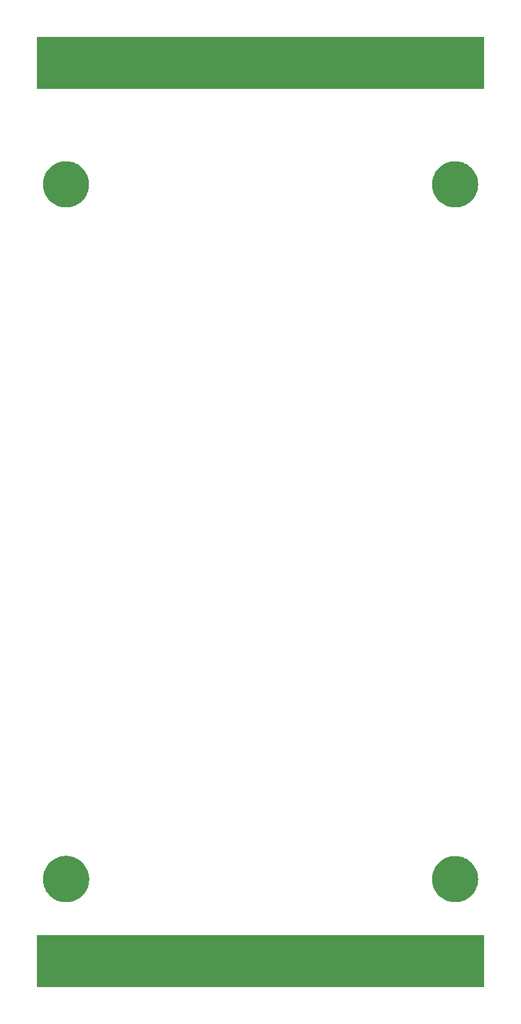
<source format=gbs>
G04 Layer: BottomSolderMaskLayer*
G04 EasyEDA v6.5.29, 2023-07-16 15:11:24*
G04 b1c9531ddfa049bd996740377cd84ce5,5a6b42c53f6a479593ecc07194224c93,10*
G04 Gerber Generator version 0.2*
G04 Scale: 100 percent, Rotated: No, Reflected: No *
G04 Dimensions in millimeters *
G04 leading zeros omitted , absolute positions ,4 integer and 5 decimal *
%FSLAX45Y45*%
%MOMM*%

%ADD10O,6.6032126X3.4031936000000003*%

%LPD*%
G36*
X390906Y11171174D02*
G01*
X374954Y11170564D01*
X359054Y11169142D01*
X343204Y11166906D01*
X327558Y11163858D01*
X312064Y11159998D01*
X304393Y11157813D01*
X289204Y11152784D01*
X274320Y11146993D01*
X259740Y11140490D01*
X245516Y11133226D01*
X231698Y11125200D01*
X218287Y11116564D01*
X205333Y11107166D01*
X192887Y11097209D01*
X180949Y11086541D01*
X169570Y11075314D01*
X158800Y11063528D01*
X148640Y11051235D01*
X139141Y11038382D01*
X130302Y11025124D01*
X122123Y11011357D01*
X114655Y10997234D01*
X107950Y10982756D01*
X104851Y10975390D01*
X99263Y10960455D01*
X94488Y10945215D01*
X90424Y10929772D01*
X87172Y10914126D01*
X84734Y10898327D01*
X83108Y10882426D01*
X82296Y10866475D01*
X82296Y10850524D01*
X83108Y10834573D01*
X84734Y10818672D01*
X87172Y10802874D01*
X90424Y10787227D01*
X94488Y10771784D01*
X99263Y10756544D01*
X104851Y10741609D01*
X111201Y10726928D01*
X118313Y10712653D01*
X126136Y10698683D01*
X134620Y10685170D01*
X143814Y10672114D01*
X153670Y10659567D01*
X164134Y10647476D01*
X175209Y10635996D01*
X186842Y10625074D01*
X199034Y10614710D01*
X211734Y10605058D01*
X224942Y10596016D01*
X238556Y10587685D01*
X252577Y10580065D01*
X267004Y10573156D01*
X281736Y10567009D01*
X296773Y10561624D01*
X304393Y10559186D01*
X319786Y10554970D01*
X335381Y10551515D01*
X351129Y10548874D01*
X366979Y10547045D01*
X382930Y10546029D01*
X398881Y10545826D01*
X414832Y10546435D01*
X430784Y10547858D01*
X446582Y10550093D01*
X462280Y10553141D01*
X477774Y10557002D01*
X485444Y10559186D01*
X500583Y10564215D01*
X515467Y10570006D01*
X530047Y10576509D01*
X544271Y10583773D01*
X558139Y10591800D01*
X571500Y10600436D01*
X584454Y10609834D01*
X596900Y10619790D01*
X608838Y10630458D01*
X620217Y10641685D01*
X630986Y10653471D01*
X641146Y10665764D01*
X650646Y10678617D01*
X659536Y10691876D01*
X667664Y10705642D01*
X675132Y10719765D01*
X681837Y10734243D01*
X687832Y10749076D01*
X693013Y10764164D01*
X695350Y10771784D01*
X699363Y10787227D01*
X702614Y10802874D01*
X705053Y10818672D01*
X706678Y10834573D01*
X707491Y10850524D01*
X707491Y10866475D01*
X706678Y10882426D01*
X705053Y10898327D01*
X702614Y10914126D01*
X699363Y10929772D01*
X695350Y10945215D01*
X690524Y10960455D01*
X684936Y10975390D01*
X678586Y10990072D01*
X671474Y11004346D01*
X663702Y11018316D01*
X655167Y11031829D01*
X645972Y11044885D01*
X636168Y11057432D01*
X625652Y11069523D01*
X614578Y11081004D01*
X602945Y11091926D01*
X590753Y11102289D01*
X578053Y11111941D01*
X564896Y11120983D01*
X551230Y11129314D01*
X537210Y11136934D01*
X522833Y11143843D01*
X508101Y11149990D01*
X493064Y11155375D01*
X485444Y11157813D01*
X470052Y11162030D01*
X454456Y11165484D01*
X438708Y11168126D01*
X422808Y11169954D01*
X406857Y11170970D01*
G37*
G36*
X392277Y1774088D02*
G01*
X384251Y1773885D01*
X368300Y1772818D01*
X352399Y1770989D01*
X336600Y1768348D01*
X321005Y1764893D01*
X305562Y1760626D01*
X297942Y1758238D01*
X282905Y1752803D01*
X268122Y1746656D01*
X253695Y1739696D01*
X246634Y1735988D01*
X232765Y1727962D01*
X219354Y1719224D01*
X206400Y1709877D01*
X193954Y1699818D01*
X182016Y1689150D01*
X176225Y1683613D01*
X165150Y1672031D01*
X154686Y1659940D01*
X144830Y1647342D01*
X135686Y1634236D01*
X127152Y1620672D01*
X119380Y1606702D01*
X115722Y1599590D01*
X109067Y1585061D01*
X103073Y1570177D01*
X97891Y1555038D01*
X93522Y1539646D01*
X91592Y1531924D01*
X88392Y1516227D01*
X86004Y1500428D01*
X84429Y1484477D01*
X83616Y1468475D01*
X83616Y1452524D01*
X84429Y1436522D01*
X86004Y1420571D01*
X88392Y1404772D01*
X91592Y1389075D01*
X95605Y1373632D01*
X97891Y1365961D01*
X103073Y1350822D01*
X109067Y1335938D01*
X115722Y1321409D01*
X123189Y1307236D01*
X131318Y1293469D01*
X140157Y1280160D01*
X149707Y1267307D01*
X159867Y1254912D01*
X170637Y1243126D01*
X176225Y1237386D01*
X187909Y1226413D01*
X200101Y1216101D01*
X212801Y1206347D01*
X226009Y1197305D01*
X239674Y1188974D01*
X246634Y1185011D01*
X260858Y1177747D01*
X275437Y1171194D01*
X290372Y1165402D01*
X297942Y1162761D01*
X313232Y1158138D01*
X328777Y1154277D01*
X344474Y1151229D01*
X360324Y1148994D01*
X376275Y1147572D01*
X384251Y1147114D01*
X400253Y1146911D01*
X408279Y1147114D01*
X424230Y1148181D01*
X440131Y1150010D01*
X455879Y1152652D01*
X471525Y1156106D01*
X486968Y1160373D01*
X494588Y1162761D01*
X509625Y1168196D01*
X524408Y1174343D01*
X538835Y1181303D01*
X545896Y1185011D01*
X559714Y1193038D01*
X573176Y1201775D01*
X586130Y1211122D01*
X598576Y1221181D01*
X610514Y1231849D01*
X621893Y1243126D01*
X632663Y1254912D01*
X642823Y1267307D01*
X652322Y1280160D01*
X661162Y1293469D01*
X669340Y1307236D01*
X676757Y1321409D01*
X683463Y1335938D01*
X686562Y1343355D01*
X692099Y1358341D01*
X696874Y1373632D01*
X700887Y1389075D01*
X702614Y1396898D01*
X705408Y1412646D01*
X706526Y1420571D01*
X708101Y1436522D01*
X708609Y1444498D01*
X708964Y1460500D01*
X708609Y1476502D01*
X707390Y1492453D01*
X706526Y1500428D01*
X704088Y1516227D01*
X702614Y1524101D01*
X699008Y1539646D01*
X694588Y1555038D01*
X689406Y1570177D01*
X686562Y1577644D01*
X680212Y1592376D01*
X673150Y1606702D01*
X665327Y1620672D01*
X656844Y1634236D01*
X647649Y1647342D01*
X637794Y1659940D01*
X632663Y1666087D01*
X621893Y1677873D01*
X610514Y1689150D01*
X598576Y1699818D01*
X586130Y1709877D01*
X573176Y1719224D01*
X559714Y1727962D01*
X545896Y1735988D01*
X531622Y1743252D01*
X524408Y1746656D01*
X509625Y1752803D01*
X494588Y1758238D01*
X479247Y1762861D01*
X463753Y1766722D01*
X448005Y1769770D01*
X432206Y1772005D01*
X416255Y1773428D01*
X408279Y1773885D01*
G37*
G36*
X5658205Y1773174D02*
G01*
X5642254Y1772564D01*
X5626354Y1771142D01*
X5610504Y1768906D01*
X5594858Y1765858D01*
X5579364Y1761998D01*
X5571693Y1759813D01*
X5556504Y1754784D01*
X5541619Y1748993D01*
X5527040Y1742490D01*
X5512816Y1735226D01*
X5498998Y1727200D01*
X5485587Y1718564D01*
X5472633Y1709166D01*
X5460187Y1699209D01*
X5448249Y1688541D01*
X5436870Y1677314D01*
X5426100Y1665528D01*
X5415940Y1653235D01*
X5406440Y1640382D01*
X5397601Y1627124D01*
X5389422Y1613357D01*
X5381955Y1599234D01*
X5375249Y1584756D01*
X5372150Y1577390D01*
X5366562Y1562455D01*
X5361787Y1547215D01*
X5357723Y1531772D01*
X5354472Y1516126D01*
X5352034Y1500327D01*
X5350408Y1484426D01*
X5349595Y1468475D01*
X5349595Y1452524D01*
X5350408Y1436573D01*
X5352034Y1420672D01*
X5354472Y1404874D01*
X5357723Y1389227D01*
X5361787Y1373784D01*
X5366562Y1358544D01*
X5372150Y1343609D01*
X5378500Y1328928D01*
X5385612Y1314653D01*
X5393436Y1300683D01*
X5401919Y1287170D01*
X5411114Y1274114D01*
X5420969Y1261567D01*
X5431434Y1249476D01*
X5442508Y1237996D01*
X5454142Y1227074D01*
X5466334Y1216710D01*
X5479034Y1207058D01*
X5492242Y1198016D01*
X5505856Y1189685D01*
X5519877Y1182065D01*
X5534304Y1175156D01*
X5549036Y1169009D01*
X5564073Y1163624D01*
X5571693Y1161186D01*
X5587085Y1156970D01*
X5602681Y1153515D01*
X5618429Y1150874D01*
X5634278Y1149045D01*
X5650230Y1148029D01*
X5666181Y1147826D01*
X5682132Y1148435D01*
X5698083Y1149858D01*
X5713882Y1152093D01*
X5729579Y1155141D01*
X5745073Y1159002D01*
X5752744Y1161186D01*
X5767882Y1166215D01*
X5782767Y1172006D01*
X5797346Y1178509D01*
X5811570Y1185773D01*
X5825439Y1193800D01*
X5838799Y1202436D01*
X5851753Y1211834D01*
X5864199Y1221790D01*
X5876137Y1232458D01*
X5887516Y1243685D01*
X5898286Y1255471D01*
X5908446Y1267764D01*
X5917946Y1280617D01*
X5926836Y1293876D01*
X5934964Y1307642D01*
X5942431Y1321765D01*
X5949137Y1336243D01*
X5955131Y1351076D01*
X5960313Y1366164D01*
X5962650Y1373784D01*
X5966663Y1389227D01*
X5969914Y1404874D01*
X5972352Y1420672D01*
X5973978Y1436573D01*
X5974791Y1452524D01*
X5974791Y1468475D01*
X5973978Y1484426D01*
X5972352Y1500327D01*
X5969914Y1516126D01*
X5966663Y1531772D01*
X5962650Y1547215D01*
X5957824Y1562455D01*
X5952236Y1577390D01*
X5945886Y1592072D01*
X5938774Y1606346D01*
X5931001Y1620316D01*
X5922467Y1633829D01*
X5913272Y1646885D01*
X5903468Y1659432D01*
X5892952Y1671523D01*
X5881878Y1683004D01*
X5870244Y1693925D01*
X5858052Y1704289D01*
X5845352Y1713941D01*
X5832195Y1722983D01*
X5818530Y1731314D01*
X5804509Y1738934D01*
X5790133Y1745843D01*
X5775401Y1751990D01*
X5760364Y1757375D01*
X5752744Y1759813D01*
X5737352Y1764030D01*
X5721756Y1767484D01*
X5706008Y1770125D01*
X5690108Y1771954D01*
X5674156Y1772970D01*
G37*
G36*
X5658205Y11171174D02*
G01*
X5642254Y11170564D01*
X5626354Y11169142D01*
X5610504Y11166906D01*
X5594858Y11163858D01*
X5579364Y11159998D01*
X5571693Y11157813D01*
X5556504Y11152784D01*
X5541619Y11146993D01*
X5527040Y11140490D01*
X5512816Y11133226D01*
X5498998Y11125200D01*
X5485587Y11116564D01*
X5472633Y11107166D01*
X5460187Y11097209D01*
X5448249Y11086541D01*
X5436870Y11075314D01*
X5426100Y11063528D01*
X5415940Y11051235D01*
X5406440Y11038382D01*
X5397601Y11025124D01*
X5389422Y11011357D01*
X5381955Y10997234D01*
X5375249Y10982756D01*
X5372150Y10975390D01*
X5366562Y10960455D01*
X5361787Y10945215D01*
X5357723Y10929772D01*
X5354472Y10914126D01*
X5352034Y10898327D01*
X5350408Y10882426D01*
X5349595Y10866475D01*
X5349595Y10850524D01*
X5350408Y10834573D01*
X5352034Y10818672D01*
X5354472Y10802874D01*
X5357723Y10787227D01*
X5361787Y10771784D01*
X5366562Y10756544D01*
X5372150Y10741609D01*
X5378500Y10726928D01*
X5385612Y10712653D01*
X5393436Y10698683D01*
X5401919Y10685170D01*
X5411114Y10672114D01*
X5420969Y10659567D01*
X5431434Y10647476D01*
X5442508Y10635996D01*
X5454142Y10625074D01*
X5466334Y10614710D01*
X5479034Y10605058D01*
X5492242Y10596016D01*
X5505856Y10587685D01*
X5519877Y10580065D01*
X5534304Y10573156D01*
X5549036Y10567009D01*
X5564073Y10561624D01*
X5571693Y10559186D01*
X5587085Y10554970D01*
X5602681Y10551515D01*
X5618429Y10548874D01*
X5634278Y10547045D01*
X5650230Y10546029D01*
X5666181Y10545826D01*
X5682132Y10546435D01*
X5698083Y10547858D01*
X5713882Y10550093D01*
X5729579Y10553141D01*
X5745073Y10557002D01*
X5752744Y10559186D01*
X5767882Y10564215D01*
X5782767Y10570006D01*
X5797346Y10576509D01*
X5811570Y10583773D01*
X5825439Y10591800D01*
X5838799Y10600436D01*
X5851753Y10609834D01*
X5864199Y10619790D01*
X5876137Y10630458D01*
X5887516Y10641685D01*
X5898286Y10653471D01*
X5908446Y10665764D01*
X5917946Y10678617D01*
X5926836Y10691876D01*
X5934964Y10705642D01*
X5942431Y10719765D01*
X5949137Y10734243D01*
X5955131Y10749076D01*
X5960313Y10764164D01*
X5962650Y10771784D01*
X5966663Y10787227D01*
X5969914Y10802874D01*
X5972352Y10818672D01*
X5973978Y10834573D01*
X5974791Y10850524D01*
X5974791Y10866475D01*
X5973978Y10882426D01*
X5972352Y10898327D01*
X5969914Y10914126D01*
X5966663Y10929772D01*
X5962650Y10945215D01*
X5957824Y10960455D01*
X5952236Y10975390D01*
X5945886Y10990072D01*
X5938774Y11004346D01*
X5931001Y11018316D01*
X5922467Y11031829D01*
X5913272Y11044885D01*
X5903468Y11057432D01*
X5892952Y11069523D01*
X5881878Y11081004D01*
X5870244Y11091926D01*
X5858052Y11102289D01*
X5845352Y11111941D01*
X5832195Y11120983D01*
X5818530Y11129314D01*
X5804509Y11136934D01*
X5790133Y11143843D01*
X5775401Y11149990D01*
X5760364Y11155375D01*
X5752744Y11157813D01*
X5737352Y11162030D01*
X5721756Y11165484D01*
X5706008Y11168126D01*
X5690108Y11169954D01*
X5674156Y11170970D01*
G37*
D10*
G01*
X736600Y12573000D03*
G01*
X736600Y330200D03*
G01*
X5308600Y12573000D03*
G01*
X5308600Y330200D03*
G36*
X0Y699998D02*
G01*
X6057900Y699998D01*
X6057900Y0D01*
X0Y0D01*
G37*
G36*
X0Y12852400D02*
G01*
X6057900Y12852400D01*
X6057900Y12152401D01*
X0Y12152401D01*
G37*
M02*

</source>
